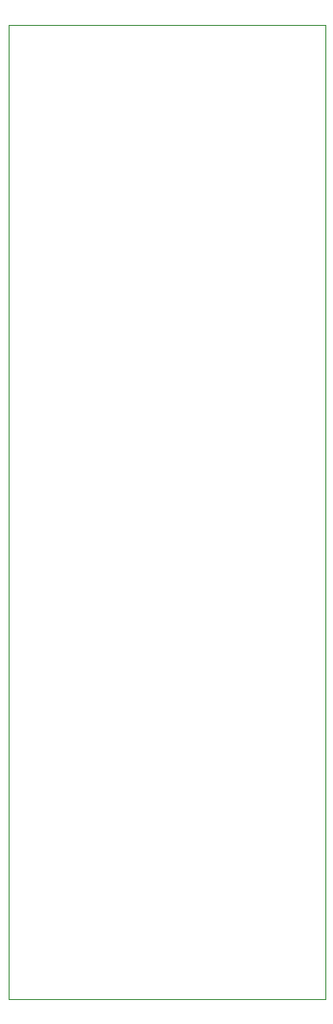
<source format=gm1>
%TF.GenerationSoftware,KiCad,Pcbnew,(6.0.1)*%
%TF.CreationDate,2022-10-17T21:45:17-04:00*%
%TF.ProjectId,ER-VCA2-01-CTRLS,45522d56-4341-4322-9d30-312d4354524c,1*%
%TF.SameCoordinates,Original*%
%TF.FileFunction,Profile,NP*%
%FSLAX46Y46*%
G04 Gerber Fmt 4.6, Leading zero omitted, Abs format (unit mm)*
G04 Created by KiCad (PCBNEW (6.0.1)) date 2022-10-17 21:45:17*
%MOMM*%
%LPD*%
G01*
G04 APERTURE LIST*
%TA.AperFunction,Profile*%
%ADD10C,0.100000*%
%TD*%
G04 APERTURE END LIST*
D10*
X36000000Y-27500000D02*
X64000000Y-27500000D01*
X64000000Y-27500000D02*
X64000000Y-113500000D01*
X64000000Y-113500000D02*
X36000000Y-113500000D01*
X36000000Y-113500000D02*
X36000000Y-27500000D01*
M02*

</source>
